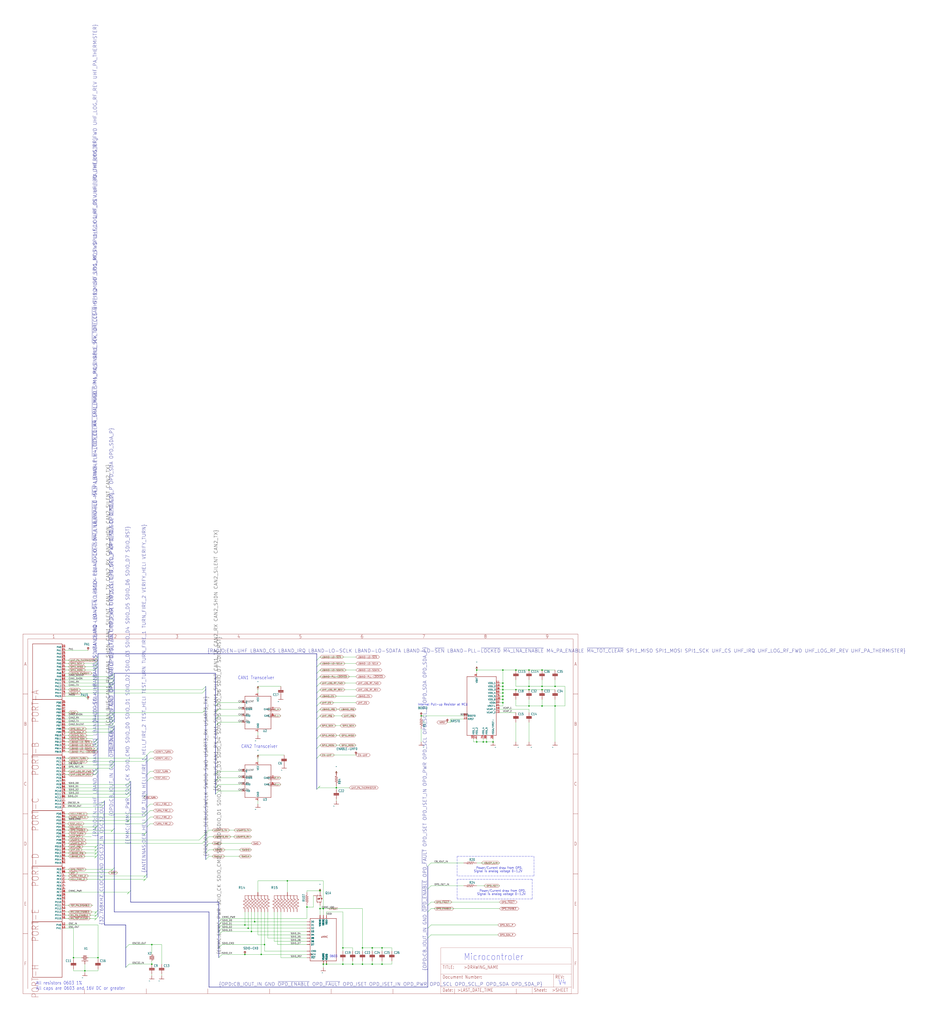
<source format=kicad_sch>
(kicad_sch (version 20211123) (generator eeschema)
  (paper "User" 724.992 795.68)
  (junction (at 198.12 716.28))
  (junction (at 391.16 535.94))
  (junction (at 383.54 576.58))
  (junction (at 421.64 548.64))
  (junction (at 261.62 612.14))
  (junction (at 254 749.3))
  (junction (at 378.46 576.58))
  (junction (at 391.16 530.86))
  (junction (at 248.92 692.15))
  (junction (at 190.5 718.82))
  (junction (at 118.11 734.06))
  (junction (at 57.15 744.22))
  (junction (at 391.16 546.1))
  (junction (at 431.8 548.64))
  (junction (at 391.16 541.02))
  (junction (at 391.16 543.56))
  (junction (at 401.32 520.7))
  (junction (at 289.56 749.3))
  (junction (at 421.64 520.7))
  (junction (at 238.76 704.85))
  (junction (at 375.92 576.58))
  (junction (at 223.52 684.53))
  (junction (at 193.04 721.36))
  (junction (at 370.84 520.7))
  (junction (at 391.16 520.7))
  (junction (at 289.56 736.6))
  (junction (at 370.84 576.58))
  (junction (at 205.74 734.06))
  (junction (at 431.8 533.4))
  (junction (at 248.92 706.12))
  (junction (at 266.7 736.6))
  (junction (at 195.58 723.9))
  (junction (at 118.11 749.3))
  (junction (at 391.16 533.4))
  (junction (at 411.48 520.7))
  (junction (at 281.94 736.6))
  (junction (at 297.18 736.6))
  (junction (at 297.18 749.3))
  (junction (at 251.46 706.12))
  (junction (at 411.48 533.4))
  (junction (at 66.04 754.38))
  (junction (at 190.5 741.68))
  (junction (at 401.32 535.94))
  (junction (at 251.46 749.3))
  (junction (at 391.16 538.48))
  (junction (at 281.94 749.3))
  (junction (at 411.48 535.94))
  (junction (at 203.2 741.68))
  (junction (at 266.7 749.3))
  (junction (at 327.66 556.26))
  (junction (at 411.48 548.64))
  (junction (at 421.64 535.94))
  (junction (at 76.2 744.22))
  (junction (at 274.32 749.3))
  (junction (at 421.64 533.4))
  (bus_entry (at 111.76 632.46) (size 2.54 -2.54))
  (bus_entry (at 99.06 619.76) (size 2.54 -2.54))
  (bus_entry (at 172.72 716.28) (size -2.54 2.54))
  (bus_entry (at 172.72 713.74) (size -2.54 2.54))
  (bus_entry (at 99.06 694.69) (size 2.54 -2.54))
  (bus_entry (at 86.36 525.78) (size 2.54 -2.54))
  (bus_entry (at 73.66 579.12) (size 2.54 -2.54))
  (bus_entry (at 335.28 706.12) (size -2.54 2.54))
  (bus_entry (at 111.76 589.28) (size 2.54 -2.54))
  (bus_entry (at 248.92 520.7) (size -2.54 2.54))
  (bus_entry (at 116.84 635) (size -2.54 2.54))
  (bus_entry (at 73.66 515.62) (size 2.54 -2.54))
  (bus_entry (at 86.36 566.42) (size 2.54 -2.54))
  (bus_entry (at 248.92 610.87) (size -2.54 2.54))
  (bus_entry (at 335.28 688.34) (size -2.54 2.54))
  (bus_entry (at 86.36 533.4) (size 2.54 -2.54))
  (bus_entry (at 335.28 718.82) (size -2.54 2.54))
  (bus_entry (at 86.36 561.34) (size 2.54 -2.54))
  (bus_entry (at 78.74 627.38) (size 2.54 -2.54))
  (bus_entry (at 248.92 530.86) (size -2.54 2.54))
  (bus_entry (at 248.92 510.54) (size -2.54 2.54))
  (bus_entry (at 248.92 535.94) (size -2.54 2.54))
  (bus_entry (at 99.06 609.6) (size 2.54 -2.54))
  (bus_entry (at 248.92 515.62) (size -2.54 2.54))
  (bus_entry (at 73.66 666.75) (size 2.54 -2.54))
  (bus_entry (at 157.48 650.24) (size 2.54 -2.54))
  (bus_entry (at 73.66 715.01) (size 2.54 -2.54))
  (bus_entry (at 116.84 629.92) (size -2.54 2.54))
  (bus_entry (at 73.66 581.66) (size 2.54 -2.54))
  (bus_entry (at 116.84 599.44) (size -2.54 2.54))
  (bus_entry (at 116.84 589.28) (size -2.54 2.54))
  (bus_entry (at 73.66 513.08) (size 2.54 -2.54))
  (bus_entry (at 86.36 528.32) (size 2.54 -2.54))
  (bus_entry (at 73.66 643.89) (size 2.54 -2.54))
  (bus_entry (at 73.66 601.98) (size 2.54 -2.54))
  (bus_entry (at 86.36 558.8) (size 2.54 -2.54))
  (bus_entry (at 157.48 535.94) (size 2.54 -2.54))
  (bus_entry (at 78.74 624.84) (size 2.54 -2.54))
  (bus_entry (at 73.66 659.13) (size 2.54 -2.54))
  (bus_entry (at 100.33 734.06) (size -2.54 2.54))
  (bus_entry (at 172.72 734.06) (size -2.54 2.54))
  (bus_entry (at 111.76 681.99) (size 2.54 -2.54))
  (bus_entry (at 116.84 640.08) (size -2.54 2.54))
  (bus_entry (at 170.18 546.1) (size -2.54 2.54))
  (bus_entry (at 73.66 712.47) (size 2.54 -2.54))
  (bus_entry (at 73.66 664.21) (size 2.54 -2.54))
  (bus_entry (at 248.92 586.74) (size -2.54 2.54))
  (bus_entry (at 162.56 665.48) (size -2.54 2.54))
  (bus_entry (at 111.76 648.97) (size 2.54 -2.54))
  (bus_entry (at 170.18 551.18) (size -2.54 2.54))
  (bus_entry (at 111.76 635) (size 2.54 -2.54))
  (bus_entry (at 157.48 553.72) (size 2.54 -2.54))
  (bus_entry (at 162.56 645.16) (size -2.54 2.54))
  (bus_entry (at 86.36 530.86) (size 2.54 -2.54))
  (bus_entry (at 162.56 650.24) (size -2.54 2.54))
  (bus_entry (at 170.18 614.68) (size -2.54 2.54))
  (bus_entry (at 86.36 556.26) (size 2.54 -2.54))
  (bus_entry (at 73.66 661.67) (size 2.54 -2.54))
  (bus_entry (at 116.84 624.84) (size -2.54 2.54))
  (bus_entry (at 73.66 584.2) (size 2.54 -2.54))
  (bus_entry (at 248.92 571.5) (size -2.54 2.54))
  (bus_entry (at 99.06 614.68) (size 2.54 -2.54))
  (bus_entry (at 116.84 604.52) (size -2.54 2.54))
  (bus_entry (at 86.36 568.96) (size 2.54 -2.54))
  (bus_entry (at 73.66 576.58) (size 2.54 -2.54))
  (bus_entry (at 111.76 684.53) (size 2.54 -2.54))
  (bus_entry (at 248.92 556.26) (size -2.54 2.54))
  (bus_entry (at 248.92 546.1) (size -2.54 2.54))
  (bus_entry (at 172.72 741.68) (size -2.54 2.54))
  (bus_entry (at 111.76 591.82) (size 2.54 -2.54))
  (bus_entry (at 73.66 520.7) (size 2.54 -2.54))
  (bus_entry (at 116.84 584.2) (size -2.54 2.54))
  (bus_entry (at 111.76 640.08) (size 2.54 -2.54))
  (bus_entry (at 99.06 638.81) (size 2.54 -2.54))
  (bus_entry (at 172.72 723.9) (size -2.54 2.54))
  (bus_entry (at 170.18 556.26) (size -2.54 2.54))
  (bus_entry (at 248.92 551.18) (size -2.54 2.54))
  (bus_entry (at 86.36 646.43) (size 2.54 -2.54))
  (bus_entry (at 86.36 596.9) (size 2.54 -2.54))
  (bus_entry (at 100.33 749.3) (size -2.54 2.54))
  (bus_entry (at 86.36 676.91) (size 2.54 -2.54))
  (bus_entry (at 170.18 609.6) (size -2.54 2.54))
  (bus_entry (at 86.36 594.36) (size 2.54 -2.54))
  (bus_entry (at 162.56 660.4) (size -2.54 2.54))
  (bus_entry (at 73.66 518.16) (size 2.54 -2.54))
  (bus_entry (at 157.48 655.32) (size 2.54 -2.54))
  (bus_entry (at 111.76 619.76) (size 2.54 -2.54))
  (bus_entry (at 170.18 561.34) (size -2.54 2.54))
  (bus_entry (at 335.28 701.04) (size -2.54 2.54))
  (bus_entry (at 99.06 617.22) (size 2.54 -2.54))
  (bus_entry (at 335.28 670.56) (size -2.54 2.54))
  (bus_entry (at 73.66 709.93) (size 2.54 -2.54))
  (bus_entry (at 86.36 563.88) (size 2.54 -2.54))
  (bus_entry (at 335.28 726.44) (size -2.54 2.54))
  (bus_entry (at 248.92 525.78) (size -2.54 2.54))
  (bus_entry (at 172.72 718.82) (size -2.54 2.54))
  (bus_entry (at 99.06 612.14) (size 2.54 -2.54))
  (bus_entry (at 248.92 563.88) (size -2.54 2.54))
  (bus_entry (at 248.92 541.02) (size -2.54 2.54))
  (bus_entry (at 248.92 579.12) (size -2.54 2.54))
  (bus_entry (at 157.48 538.48) (size 2.54 -2.54))
  (bus_entry (at 172.72 721.36) (size -2.54 2.54))
  (bus_entry (at 162.56 655.32) (size -2.54 2.54))
  (bus_entry (at 73.66 599.44) (size 2.54 -2.54))
  (bus_entry (at 170.18 604.52) (size -2.54 2.54))
  (bus_entry (at 170.18 599.44) (size -2.54 2.54))
  (bus (pts (xy 167.64 607.06) (xy 167.64 601.98)))
  (polyline (pts (xy 414.02 698.5) (xy 414.02 683.26)))
  (bus (pts (xy 76.2 596.9) (xy 76.2 599.44)))
  (wire (pts (xy 281.94 749.3) (xy 289.56 749.3)))
  (wire (pts (xy 170.18 599.44) (xy 187.96 599.44)))
  (wire (pts (xy 327.66 566.42) (xy 327.66 576.58)))
  (wire (pts (xy 190.5 708.66) (xy 190.5 718.82)))
  (bus (pts (xy 88.9 643.89) (xy 88.9 594.36)))
  (wire (pts (xy 170.18 551.18) (xy 187.96 551.18)))
  (wire (pts (xy 378.46 576.58) (xy 375.92 576.58)))
  (wire (pts (xy 370.84 670.56) (xy 388.62 670.56)))
  (wire (pts (xy 297.18 739.14) (xy 297.18 736.6)))
  (wire (pts (xy 157.48 538.48) (xy 50.8 538.48)))
  (wire (pts (xy 215.9 734.06) (xy 238.76 734.06)))
  (wire (pts (xy 154.94 652.78) (xy 50.8 652.78)))
  (wire (pts (xy 388.62 706.12) (xy 335.28 706.12)))
  (bus (pts (xy 246.38 548.64) (xy 246.38 543.56)))
  (bus (pts (xy 88.9 594.36) (xy 88.9 591.82)))
  (wire (pts (xy 401.32 548.64) (xy 401.32 543.56)))
  (bus (pts (xy 114.3 629.92) (xy 114.3 627.38)))
  (wire (pts (xy 248.92 563.88) (xy 276.86 563.88)))
  (wire (pts (xy 401.32 576.58) (xy 401.32 561.34)))
  (bus (pts (xy 114.3 681.99) (xy 114.3 679.45)))
  (bus (pts (xy 76.2 707.39) (xy 76.2 709.93)))
  (wire (pts (xy 391.16 535.94) (xy 388.62 535.94)))
  (wire (pts (xy 248.92 510.54) (xy 276.86 510.54)))
  (wire (pts (xy 74.93 708.66) (xy 73.66 709.93)))
  (wire (pts (xy 66.04 754.38) (xy 76.2 754.38)))
  (bus (pts (xy 76.2 576.58) (xy 76.2 579.12)))
  (wire (pts (xy 172.72 716.28) (xy 198.12 716.28)))
  (bus (pts (xy 114.3 627.38) (xy 114.3 617.22)))
  (wire (pts (xy 375.92 576.58) (xy 370.84 576.58)))
  (wire (pts (xy 157.48 655.32) (xy 50.8 655.32)))
  (wire (pts (xy 304.8 749.3) (xy 297.18 749.3)))
  (wire (pts (xy 266.7 708.66) (xy 266.7 736.6)))
  (wire (pts (xy 172.72 718.82) (xy 190.5 718.82)))
  (bus (pts (xy 246.38 553.72) (xy 246.38 548.64)))
  (wire (pts (xy 281.94 706.12) (xy 251.46 706.12)))
  (bus (pts (xy 101.6 612.14) (xy 101.6 614.68)))
  (wire (pts (xy 118.11 734.06) (xy 125.73 734.06)))
  (bus (pts (xy 246.38 513.08) (xy 246.38 508)))
  (wire (pts (xy 281.94 736.6) (xy 289.56 736.6)))
  (wire (pts (xy 411.48 520.7) (xy 421.64 520.7)))
  (bus (pts (xy 167.64 617.22) (xy 167.64 612.14)))
  (wire (pts (xy 187.96 604.52) (xy 170.18 604.52)))
  (wire (pts (xy 431.8 533.4) (xy 421.64 533.4)))
  (wire (pts (xy 100.33 693.42) (xy 50.8 693.42)))
  (wire (pts (xy 223.52 684.53) (xy 251.46 684.53)))
  (wire (pts (xy 88.9 591.82) (xy 111.76 591.82)))
  (wire (pts (xy 57.15 753.11) (xy 57.15 754.38)))
  (wire (pts (xy 248.92 515.62) (xy 276.86 515.62)))
  (bus (pts (xy 76.2 508) (xy 76.2 510.54)))
  (wire (pts (xy 391.16 541.02) (xy 391.16 543.56)))
  (bus (pts (xy 170.18 718.82) (xy 170.18 721.36)))
  (wire (pts (xy 248.92 711.2) (xy 248.92 706.12)))
  (bus (pts (xy 101.6 609.6) (xy 101.6 612.14)))
  (wire (pts (xy 57.15 744.22) (xy 63.5 744.22)))
  (wire (pts (xy 304.8 736.6) (xy 297.18 736.6)))
  (wire (pts (xy 172.72 713.74) (xy 238.76 713.74)))
  (wire (pts (xy 281.94 739.14) (xy 281.94 736.6)))
  (wire (pts (xy 172.72 734.06) (xy 205.74 734.06)))
  (wire (pts (xy 99.06 617.22) (xy 50.8 617.22)))
  (wire (pts (xy 50.8 627.38) (xy 78.74 627.38)))
  (wire (pts (xy 157.48 553.72) (xy 88.9 553.72)))
  (wire (pts (xy 370.84 688.34) (xy 388.62 688.34)))
  (wire (pts (xy 248.92 556.26) (xy 276.86 556.26)))
  (wire (pts (xy 213.36 731.52) (xy 238.76 731.52)))
  (bus (pts (xy 160.02 662.94) (xy 160.02 657.86)))
  (wire (pts (xy 401.32 533.4) (xy 401.32 528.32)))
  (wire (pts (xy 76.2 754.38) (xy 76.2 753.11)))
  (wire (pts (xy 391.16 538.48) (xy 388.62 538.48)))
  (wire (pts (xy 391.16 548.64) (xy 388.62 548.64)))
  (wire (pts (xy 251.46 684.53) (xy 251.46 706.12)))
  (wire (pts (xy 50.8 513.08) (xy 73.66 513.08)))
  (wire (pts (xy 248.92 692.15) (xy 238.76 692.15)))
  (wire (pts (xy 119.38 604.52) (xy 116.84 604.52)))
  (wire (pts (xy 391.16 543.56) (xy 391.16 546.1)))
  (bus (pts (xy 332.74 708.66) (xy 332.74 703.58)))
  (wire (pts (xy 383.54 574.04) (xy 383.54 576.58)))
  (wire (pts (xy 111.76 640.08) (xy 50.8 640.08)))
  (wire (pts (xy 118.11 758.19) (xy 118.11 756.92)))
  (wire (pts (xy 91.44 678.18) (xy 50.8 678.18)))
  (wire (pts (xy 86.36 566.42) (xy 50.8 566.42)))
  (wire (pts (xy 391.16 530.86) (xy 391.16 533.4)))
  (bus (pts (xy 170.18 721.36) (xy 170.18 723.9)))
  (bus (pts (xy 246.38 589.28) (xy 246.38 581.66)))
  (wire (pts (xy 421.64 520.7) (xy 431.8 520.7)))
  (wire (pts (xy 281.94 746.76) (xy 281.94 749.3)))
  (wire (pts (xy 73.66 576.58) (xy 50.8 576.58)))
  (wire (pts (xy 360.68 558.8) (xy 350.52 558.8)))
  (bus (pts (xy 246.38 523.24) (xy 246.38 518.16)))
  (wire (pts (xy 50.8 574.04) (xy 72.39 574.04)))
  (wire (pts (xy 248.92 520.7) (xy 276.86 520.7)))
  (wire (pts (xy 99.06 619.76) (xy 50.8 619.76)))
  (bus (pts (xy 246.38 581.66) (xy 246.38 574.04)))
  (bus (pts (xy 114.3 637.54) (xy 114.3 632.46)))
  (bus (pts (xy 332.74 767.08) (xy 332.74 728.98)))
  (wire (pts (xy 73.66 664.21) (xy 74.93 662.94)))
  (wire (pts (xy 187.96 614.68) (xy 170.18 614.68)))
  (bus (pts (xy 76.2 581.66) (xy 76.2 596.9)))
  (bus (pts (xy 76.2 508) (xy 246.38 508)))
  (wire (pts (xy 254 708.66) (xy 266.7 708.66)))
  (wire (pts (xy 370.84 576.58) (xy 370.84 574.04)))
  (bus (pts (xy 114.3 607.06) (xy 114.3 601.98)))
  (wire (pts (xy 411.48 533.4) (xy 401.32 533.4)))
  (bus (pts (xy 76.2 515.62) (xy 76.2 518.16)))
  (wire (pts (xy 74.93 642.62) (xy 50.8 642.62)))
  (bus (pts (xy 88.9 523.24) (xy 88.9 525.78)))
  (wire (pts (xy 378.46 576.58) (xy 378.46 574.04)))
  (wire (pts (xy 68.58 744.22) (xy 76.2 744.22)))
  (wire (pts (xy 411.48 533.4) (xy 411.48 528.32)))
  (wire (pts (xy 162.56 645.16) (xy 195.58 645.16)))
  (wire (pts (xy 297.18 749.3) (xy 289.56 749.3)))
  (wire (pts (xy 172.72 723.9) (xy 195.58 723.9)))
  (wire (pts (xy 218.44 556.26) (xy 213.36 556.26)))
  (wire (pts (xy 203.2 708.66) (xy 203.2 741.68)))
  (wire (pts (xy 431.8 548.64) (xy 439.42 548.64)))
  (bus (pts (xy 246.38 613.41) (xy 246.38 589.28)))
  (wire (pts (xy 401.32 535.94) (xy 411.48 535.94)))
  (wire (pts (xy 383.54 576.58) (xy 378.46 576.58)))
  (wire (pts (xy 223.52 684.53) (xy 223.52 693.42)))
  (wire (pts (xy 73.66 666.75) (xy 74.93 665.48)))
  (wire (pts (xy 200.66 708.66) (xy 200.66 726.44)))
  (wire (pts (xy 100.33 637.54) (xy 50.8 637.54)))
  (wire (pts (xy 360.68 556.26) (xy 327.66 556.26)))
  (wire (pts (xy 261.62 622.3) (xy 261.62 621.03)))
  (wire (pts (xy 99.06 609.6) (xy 50.8 609.6)))
  (wire (pts (xy 162.56 655.32) (xy 195.58 655.32)))
  (bus (pts (xy 97.79 736.6) (xy 97.79 718.82)))
  (wire (pts (xy 198.12 708.66) (xy 198.12 716.28)))
  (wire (pts (xy 50.8 589.28) (xy 111.76 589.28)))
  (bus (pts (xy 88.9 530.86) (xy 88.9 553.72)))
  (wire (pts (xy 274.32 746.76) (xy 274.32 749.3)))
  (bus (pts (xy 76.2 599.44) (xy 76.2 641.35)))
  (bus (pts (xy 88.9 708.66) (xy 88.9 674.37)))
  (wire (pts (xy 73.66 599.44) (xy 50.8 599.44)))
  (wire (pts (xy 200.66 571.5) (xy 200.66 568.96)))
  (wire (pts (xy 193.04 708.66) (xy 193.04 721.36)))
  (bus (pts (xy 170.18 716.28) (xy 170.18 718.82)))
  (wire (pts (xy 218.44 744.22) (xy 238.76 744.22)))
  (wire (pts (xy 50.8 571.5) (xy 72.39 571.5)))
  (wire (pts (xy 113.03 680.72) (xy 50.8 680.72)))
  (wire (pts (xy 172.72 741.68) (xy 190.5 741.68)))
  (wire (pts (xy 86.36 528.32) (xy 50.8 528.32)))
  (bus (pts (xy 114.3 617.22) (xy 114.3 607.06)))
  (wire (pts (xy 200.66 533.4) (xy 218.44 533.4)))
  (bus (pts (xy 114.3 591.82) (xy 114.3 589.28)))
  (bus (pts (xy 246.38 533.4) (xy 246.38 528.32)))
  (wire (pts (xy 66.04 754.38) (xy 57.15 754.38)))
  (bus (pts (xy 88.9 558.8) (xy 88.9 561.34)))
  (wire (pts (xy 73.66 581.66) (xy 50.8 581.66)))
  (wire (pts (xy 370.84 518.16) (xy 370.84 520.7)))
  (wire (pts (xy 421.64 548.64) (xy 431.8 548.64)))
  (wire (pts (xy 50.8 711.2) (xy 74.93 711.2)))
  (wire (pts (xy 119.38 599.44) (xy 116.84 599.44)))
  (bus (pts (xy 160.02 668.02) (xy 160.02 662.94)))
  (wire (pts (xy 391.16 530.86) (xy 388.62 530.86)))
  (wire (pts (xy 50.8 660.4) (xy 74.93 660.4)))
  (wire (pts (xy 111.76 681.99) (xy 113.03 680.72)))
  (wire (pts (xy 208.28 728.98) (xy 238.76 728.98)))
  (wire (pts (xy 50.8 650.24) (xy 71.12 650.24)))
  (wire (pts (xy 50.8 624.84) (xy 78.74 624.84)))
  (bus (pts (xy 88.9 566.42) (xy 88.9 563.88)))
  (wire (pts (xy 119.38 624.84) (xy 116.84 624.84)))
  (wire (pts (xy 439.42 533.4) (xy 431.8 533.4)))
  (bus (pts (xy 170.18 701.04) (xy 170.18 716.28)))
  (bus (pts (xy 76.2 579.12) (xy 76.2 581.66)))
  (wire (pts (xy 251.46 711.2) (xy 251.46 706.12)))
  (wire (pts (xy 360.68 688.34) (xy 335.28 688.34)))
  (wire (pts (xy 50.8 662.94) (xy 74.93 662.94)))
  (bus (pts (xy 81.28 718.82) (xy 81.28 624.84)))
  (wire (pts (xy 205.74 739.14) (xy 205.74 734.06)))
  (wire (pts (xy 261.62 610.87) (xy 261.62 612.14)))
  (wire (pts (xy 50.8 647.7) (xy 113.03 647.7)))
  (wire (pts (xy 248.92 579.12) (xy 276.86 579.12)))
  (polyline (pts (xy 355.6 680.72) (xy 355.6 665.48)))
  (wire (pts (xy 99.06 694.69) (xy 100.33 693.42)))
  (polyline (pts (xy 415.29 665.48) (xy 415.29 680.72)))
  (bus (pts (xy 76.2 656.59) (xy 76.2 659.13)))
  (wire (pts (xy 74.93 711.2) (xy 73.66 712.47)))
  (wire (pts (xy 118.11 749.3) (xy 118.11 746.76)))
  (wire (pts (xy 213.36 708.66) (xy 213.36 731.52)))
  (bus (pts (xy 97.79 718.82) (xy 81.28 718.82)))
  (wire (pts (xy 200.66 591.82) (xy 200.66 586.74)))
  (wire (pts (xy 76.2 596.9) (xy 50.8 596.9)))
  (wire (pts (xy 421.64 535.94) (xy 431.8 535.94)))
  (bus (pts (xy 332.74 721.36) (xy 332.74 708.66)))
  (wire (pts (xy 431.8 548.64) (xy 431.8 543.56)))
  (wire (pts (xy 261.62 600.71) (xy 261.62 599.44)))
  (wire (pts (xy 200.66 586.74) (xy 220.98 586.74)))
  (bus (pts (xy 101.6 614.68) (xy 101.6 617.22)))
  (wire (pts (xy 243.84 695.96) (xy 243.84 704.85)))
  (bus (pts (xy 160.02 657.86) (xy 160.02 652.78)))
  (wire (pts (xy 170.18 556.26) (xy 187.96 556.26)))
  (wire (pts (xy 73.66 661.67) (xy 74.93 660.4)))
  (wire (pts (xy 248.92 535.94) (xy 276.86 535.94)))
  (polyline (pts (xy 355.6 665.48) (xy 415.29 665.48)))
  (polyline (pts (xy 415.29 680.72) (xy 355.6 680.72)))
  (wire (pts (xy 391.16 546.1) (xy 388.62 546.1)))
  (wire (pts (xy 411.48 551.18) (xy 388.62 551.18)))
  (wire (pts (xy 421.64 533.4) (xy 411.48 533.4)))
  (wire (pts (xy 411.48 553.72) (xy 411.48 551.18)))
  (bus (pts (xy 332.74 703.58) (xy 332.74 690.88)))
  (bus (pts (xy 88.9 523.24) (xy 167.64 523.24)))
  (wire (pts (xy 195.58 665.48) (xy 162.56 665.48)))
  (wire (pts (xy 215.9 708.66) (xy 215.9 734.06)))
  (wire (pts (xy 50.8 675.64) (xy 87.63 675.64)))
  (wire (pts (xy 76.2 745.49) (xy 76.2 744.22)))
  (wire (pts (xy 86.36 525.78) (xy 50.8 525.78)))
  (bus (pts (xy 101.6 692.15) (xy 101.6 701.04)))
  (bus (pts (xy 332.74 767.08) (xy 162.56 767.08)))
  (wire (pts (xy 190.5 718.82) (xy 238.76 718.82)))
  (polyline (pts (xy 355.6 698.5) (xy 355.6 683.26)))
  (bus (pts (xy 101.6 607.06) (xy 101.6 609.6)))
  (wire (pts (xy 125.73 758.19) (xy 125.73 756.92)))
  (wire (pts (xy 391.16 543.56) (xy 388.62 543.56)))
  (wire (pts (xy 297.18 736.6) (xy 289.56 736.6)))
  (wire (pts (xy 421.64 543.56) (xy 421.64 548.64)))
  (wire (pts (xy 116.84 635) (xy 119.38 635)))
  (wire (pts (xy 304.8 746.76) (xy 304.8 749.3)))
  (wire (pts (xy 213.36 551.18) (xy 218.44 551.18)))
  (wire (pts (xy 190.5 741.68) (xy 203.2 741.68)))
  (wire (pts (xy 261.62 612.14) (xy 271.78 612.14)))
  (wire (pts (xy 251.46 749.3) (xy 251.46 751.84)))
  (wire (pts (xy 281.94 749.3) (xy 274.32 749.3)))
  (wire (pts (xy 274.32 739.14) (xy 274.32 736.6)))
  (wire (pts (xy 66.04 755.65) (xy 66.04 754.38)))
  (wire (pts (xy 100.33 637.54) (xy 99.06 638.81)))
  (wire (pts (xy 238.76 739.14) (xy 205.74 739.14)))
  (bus (pts (xy 88.9 674.37) (xy 88.9 643.89)))
  (wire (pts (xy 205.74 708.66) (xy 205.74 734.06)))
  (bus (pts (xy 76.2 641.35) (xy 76.2 656.59)))
  (wire (pts (xy 391.16 538.48) (xy 391.16 541.02)))
  (bus (pts (xy 101.6 701.04) (xy 170.18 701.04)))
  (bus (pts (xy 88.9 553.72) (xy 88.9 556.26)))
  (bus (pts (xy 160.02 652.78) (xy 160.02 647.7)))
  (bus (pts (xy 332.74 690.88) (xy 332.74 673.1)))
  (wire (pts (xy 125.73 734.06) (xy 125.73 749.3)))
  (wire (pts (xy 289.56 746.76) (xy 289.56 749.3)))
  (wire (pts (xy 391.16 533.4) (xy 391.16 535.94)))
  (bus (pts (xy 76.2 664.21) (xy 76.2 707.39)))
  (wire (pts (xy 297.18 746.76) (xy 297.18 749.3)))
  (wire (pts (xy 335.28 718.82) (xy 387.35 718.82)))
  (wire (pts (xy 218.44 708.66) (xy 218.44 744.22)))
  (wire (pts (xy 401.32 520.7) (xy 411.48 520.7)))
  (bus (pts (xy 246.38 518.16) (xy 246.38 513.08)))
  (wire (pts (xy 388.62 701.04) (xy 335.28 701.04)))
  (wire (pts (xy 370.84 576.58) (xy 368.3 576.58)))
  (wire (pts (xy 238.76 704.85) (xy 243.84 704.85)))
  (wire (pts (xy 50.8 713.74) (xy 74.93 713.74)))
  (wire (pts (xy 274.32 736.6) (xy 266.7 736.6)))
  (wire (pts (xy 100.33 734.06) (xy 118.11 734.06)))
  (wire (pts (xy 157.48 535.94) (xy 50.8 535.94)))
  (bus (pts (xy 167.64 558.8) (xy 167.64 553.72)))
  (wire (pts (xy 375.92 576.58) (xy 375.92 574.04)))
  (wire (pts (xy 86.36 533.4) (xy 50.8 533.4)))
  (wire (pts (xy 203.2 741.68) (xy 238.76 741.68)))
  (wire (pts (xy 247.65 612.14) (xy 261.62 612.14)))
  (wire (pts (xy 88.9 553.72) (xy 50.8 553.72)))
  (bus (pts (xy 76.2 518.16) (xy 76.2 574.04)))
  (wire (pts (xy 74.93 713.74) (xy 73.66 715.01)))
  (bus (pts (xy 167.64 601.98) (xy 167.64 563.88)))
  (bus (pts (xy 167.64 612.14) (xy 167.64 607.06)))
  (wire (pts (xy 73.66 601.98) (xy 50.8 601.98)))
  (bus (pts (xy 246.38 538.48) (xy 246.38 533.4)))
  (wire (pts (xy 439.42 548.64) (xy 439.42 533.4)))
  (wire (pts (xy 388.62 553.72) (xy 401.32 553.72)))
  (wire (pts (xy 421.64 548.64) (xy 411.48 548.64)))
  (bus (pts (xy 97.79 751.84) (xy 97.79 736.6)))
  (wire (pts (xy 111.76 635) (xy 50.8 635)))
  (wire (pts (xy 266.7 736.6) (xy 266.7 739.14)))
  (wire (pts (xy 431.8 533.4) (xy 431.8 528.32)))
  (wire (pts (xy 213.36 609.6) (xy 218.44 609.6)))
  (wire (pts (xy 170.18 546.1) (xy 187.96 546.1)))
  (wire (pts (xy 73.66 518.16) (xy 50.8 518.16)))
  (wire (pts (xy 86.36 646.43) (xy 87.63 645.16)))
  (bus (pts (xy 76.2 510.54) (xy 76.2 513.08)))
  (bus (pts (xy 88.9 708.66) (xy 162.56 708.66)))
  (wire (pts (xy 368.3 576.58) (xy 368.3 574.04)))
  (bus (pts (xy 76.2 659.13) (xy 76.2 661.67)))
  (wire (pts (xy 86.36 563.88) (xy 50.8 563.88)))
  (wire (pts (xy 289.56 739.14) (xy 289.56 736.6)))
  (wire (pts (xy 350.52 558.8) (xy 350.52 561.34)))
  (wire (pts (xy 391.16 520.7) (xy 391.16 530.86)))
  (wire (pts (xy 50.8 505.46) (xy 68.58 505.46)))
  (wire (pts (xy 281.94 706.12) (xy 281.94 736.6)))
  (wire (pts (xy 119.38 584.2) (xy 116.84 584.2)))
  (wire (pts (xy 87.63 645.16) (xy 50.8 645.16)))
  (wire (pts (xy 76.2 718.82) (xy 50.8 718.82)))
  (wire (pts (xy 421.64 533.4) (xy 421.64 528.32)))
  (wire (pts (xy 248.92 693.42) (xy 248.92 692.15)))
  (wire (pts (xy 116.84 640.08) (xy 119.38 640.08)))
  (wire (pts (xy 157.48 650.24) (xy 154.94 652.78)))
  (wire (pts (xy 335.28 670.56) (xy 360.68 670.56)))
  (wire (pts (xy 162.56 650.24) (xy 195.58 650.24)))
  (wire (pts (xy 238.76 703.58) (xy 238.76 704.85)))
  (wire (pts (xy 200.66 726.44) (xy 238.76 726.44)))
  (wire (pts (xy 276.86 586.74) (xy 248.92 586.74)))
  (wire (pts (xy 73.66 643.89) (xy 74.93 642.62)))
  (wire (pts (xy 200.66 684.53) (xy 223.52 684.53)))
  (wire (pts (xy 254 711.2) (xy 254 708.66)))
  (bus (pts (xy 170.18 723.9) (xy 170.18 726.44)))
  (bus (pts (xy 246.38 574.04) (xy 246.38 566.42)))
  (bus (pts (xy 76.2 709.93) (xy 76.2 712.47)))
  (wire (pts (xy 172.72 721.36) (xy 193.04 721.36)))
  (wire (pts (xy 66.04 541.02) (xy 68.58 543.56)))
  (bus (pts (xy 167.64 548.64) (xy 167.64 523.24)))
  (wire (pts (xy 86.36 561.34) (xy 50.8 561.34)))
  (bus (pts (xy 167.64 553.72) (xy 167.64 548.64)))
  (bus (pts (xy 160.02 535.94) (xy 160.02 533.4)))
  (wire (pts (xy 73.66 659.13) (xy 74.93 657.86)))
  (wire (pts (xy 187.96 609.6) (xy 170.18 609.6)))
  (wire (pts (xy 86.36 676.91) (xy 87.63 675.64)))
  (bus (pts (xy 114.3 632.46) (xy 114.3 629.92)))
  (wire (pts (xy 193.04 721.36) (xy 238.76 721.36)))
  (wire (pts (xy 50.8 612.14) (xy 99.06 612.14)))
  (wire (pts (xy 118.11 734.06) (xy 118.11 741.68)))
  (wire (pts (xy 261.62 613.41) (xy 261.62 612.14)))
  (wire (pts (xy 248.92 546.1) (xy 276.86 546.1)))
  (wire (pts (xy 86.36 568.96) (xy 50.8 568.96)))
  (bus (pts (xy 170.18 726.44) (xy 170.18 736.6)))
  (bus (pts (xy 76.2 661.67) (xy 76.2 664.21)))
  (wire (pts (xy 73.66 579.12) (xy 50.8 579.12)))
  (wire (pts (xy 86.36 556.26) (xy 50.8 556.26)))
  (wire (pts (xy 391.16 533.4) (xy 388.62 533.4)))
  (bus (pts (xy 88.9 556.26) (xy 88.9 558.8)))
  (bus (pts (xy 114.3 646.43) (xy 114.3 642.62)))
  (wire (pts (xy 274.32 749.3) (xy 266.7 749.3)))
  (wire (pts (xy 411.48 576.58) (xy 411.48 561.34)))
  (wire (pts (xy 73.66 515.62) (xy 50.8 515.62)))
  (bus (pts (xy 76.2 513.08) (xy 76.2 515.62)))
  (wire (pts (xy 111.76 632.46) (xy 50.8 632.46)))
  (wire (pts (xy 304.8 739.14) (xy 304.8 736.6)))
  (bus (pts (xy 114.3 679.45) (xy 114.3 646.43)))
  (wire (pts (xy 208.28 708.66) (xy 208.28 728.98)))
  (bus (pts (xy 246.38 528.32) (xy 246.38 523.24)))
  (wire (pts (xy 86.36 558.8) (xy 50.8 558.8)))
  (wire (pts (xy 113.03 683.26) (xy 50.8 683.26)))
  (wire (pts (xy 200.66 624.84) (xy 200.66 622.3)))
  (wire (pts (xy 50.8 665.48) (xy 74.93 665.48)))
  (wire (pts (xy 213.36 604.52) (xy 218.44 604.52)))
  (wire (pts (xy 73.66 520.7) (xy 50.8 520.7)))
  (wire (pts (xy 248.92 706.12) (xy 251.46 706.12)))
  (bus (pts (xy 167.64 563.88) (xy 167.64 558.8)))
  (wire (pts (xy 57.15 721.36) (xy 57.15 744.22)))
  (bus (pts (xy 246.38 566.42) (xy 246.38 558.8)))
  (wire (pts (xy 195.58 723.9) (xy 238.76 723.9)))
  (wire (pts (xy 86.36 530.86) (xy 50.8 530.86)))
  (wire (pts (xy 248.92 525.78) (xy 276.86 525.78)))
  (wire (pts (xy 254 749.3) (xy 266.7 749.3)))
  (wire (pts (xy 50.8 541.02) (xy 66.04 541.02)))
  (wire (pts (xy 391.16 541.02) (xy 388.62 541.02)))
  (wire (pts (xy 370.84 523.24) (xy 370.84 520.7)))
  (wire (pts (xy 111.76 684.53) (xy 113.03 683.26)))
  (wire (pts (xy 200.66 693.42) (xy 200.66 684.53)))
  (wire (pts (xy 391.16 546.1) (xy 391.16 548.64)))
  (bus (pts (xy 76.2 574.04) (xy 76.2 576.58)))
  (wire (pts (xy 195.58 708.66) (xy 195.58 723.9)))
  (wire (pts (xy 57.15 721.36) (xy 50.8 721.36)))
  (wire (pts (xy 335.28 726.44) (xy 387.35 726.44)))
  (bus (pts (xy 162.56 767.08) (xy 162.56 708.66)))
  (wire (pts (xy 238.76 692.15) (xy 238.76 693.42)))
  (wire (pts (xy 66.04 749.3) (xy 66.04 754.38)))
  (wire (pts (xy 248.92 530.86) (xy 276.86 530.86)))
  (wire (pts (xy 119.38 629.92) (xy 116.84 629.92)))
  (polyline (pts (xy 414.02 683.26) (xy 355.6 683.26)))
  (bus (pts (xy 160.02 647.7) (xy 160.02 551.18)))
  (bus (pts (xy 101.6 617.22) (xy 101.6 636.27)))
  (wire (pts (xy 200.66 538.48) (xy 200.66 533.4)))
  (wire (pts (xy 113.03 647.7) (xy 111.76 648.97)))
  (wire (pts (xy 99.06 614.68) (xy 50.8 614.68)))
  (wire (pts (xy 76.2 744.22) (xy 76.2 718.82)))
  (bus (pts (xy 88.9 591.82) (xy 88.9 566.42)))
  (bus (pts (xy 246.38 558.8) (xy 246.38 553.72)))
  (wire (pts (xy 50.8 703.58) (xy 72.39 703.58)))
  (wire (pts (xy 254 749.3) (xy 251.46 749.3)))
  (wire (pts (xy 248.92 571.5) (xy 276.86 571.5)))
  (wire (pts (xy 411.48 548.64) (xy 401.32 548.64)))
  (wire (pts (xy 391.16 535.94) (xy 391.16 538.48)))
  (wire (pts (xy 50.8 708.66) (xy 74.93 708.66)))
  (wire (pts (xy 50.8 591.82) (xy 88.9 591.82)))
  (wire (pts (xy 370.84 520.7) (xy 391.16 520.7)))
  (wire (pts (xy 248.92 692.15) (xy 248.92 690.88)))
  (wire (pts (xy 86.36 596.9) (xy 76.2 596.9)))
  (polyline (pts (xy 414.02 698.5) (xy 355.6 698.5)))
  (wire (pts (xy 266.7 749.3) (xy 266.7 746.76)))
  (bus (pts (xy 81.28 624.84) (xy 81.28 622.3)))
  (wire (pts (xy 350.52 561.34) (xy 347.98 561.34)))
  (wire (pts (xy 248.92 610.87) (xy 247.65 612.14)))
  (wire (pts (xy 248.92 541.02) (xy 276.86 541.02)))
  (bus (pts (xy 160.02 551.18) (xy 160.02 535.94)))
  (wire (pts (xy 119.38 589.28) (xy 116.84 589.28)))
  (wire (pts (xy 411.48 535.94) (xy 421.64 535.94)))
  (wire (pts (xy 170.18 561.34) (xy 187.96 561.34)))
  (bus (pts (xy 114.3 642.62) (xy 114.3 637.54)))
  (wire (pts (xy 431.8 576.58) (xy 431.8 548.64)))
  (bus (pts (xy 88.9 528.32) (xy 88.9 530.86)))
  (wire (pts (xy 100.33 749.3) (xy 118.11 749.3)))
  (wire (pts (xy 248.92 551.18) (xy 276.86 551.18)))
  (wire (pts (xy 50.8 523.24) (xy 72.39 523.24)))
  (wire (pts (xy 391.16 535.94) (xy 401.32 535.94)))
  (wire (pts (xy 238.76 704.85) (xy 238.76 713.74)))
  (wire (pts (xy 198.12 716.28) (xy 238.76 716.28)))
  (bus (pts (xy 114.3 601.98) (xy 114.3 591.82)))
  (wire (pts (xy 248.92 703.58) (xy 248.92 706.12)))
  (bus (pts (xy 101.6 636.27) (xy 101.6 692.15)))
  (bus (pts (xy 114.3 589.28) (xy 114.3 586.74)))
  (wire (pts (xy 391.16 520.7) (xy 401.32 520.7)))
  (wire (pts (xy 411.48 548.64) (xy 411.48 543.56)))
  (wire (pts (xy 86.36 594.36) (xy 50.8 594.36)))
  (bus (pts (xy 170.18 736.6) (xy 170.18 744.22)))
  (bus (pts (xy 332.74 728.98) (xy 332.74 721.36)))
  (wire (pts (xy 57.15 745.49) (xy 57.15 744.22)))
  (bus (pts (xy 88.9 525.78) (xy 88.9 528.32)))
  (bus (pts (xy 246.38 543.56) (xy 246.38 538.48)))
  (wire (pts (xy 73.66 584.2) (xy 50.8 584.2)))
  (wire (pts (xy 162.56 660.4) (xy 195.58 660.4)))
  (wire (pts (xy 50.8 657.86) (xy 74.93 657.86)))
  (text "Signal is analog voltage 0-1.2V" (at 408.94 695.96 180) (effects (font (size 1.778 1.5113)) (justify right bottom)))
  (text "V4" (at 434.34 765.81 180) (effects (font (size 3.81 3.2385)) (justify left bottom)))
  (text "Power/Current draw from OPD." (at 406.4 675.64 180) (effects (font (size 1.778 1.5113)) (justify right bottom)))
  (text "Internal Pull-up Resistor at MCU" (at 325.12 548.64 180) (effects (font (size 1.778 1.5113)) (justify left bottom)))
  (text "Microcontroler" (at 360.68 746.76 180) (effects (font (size 5.08 4.318)) (justify left bottom)))
  (text "CAN1 Transceiver" (at 213.36 528.32 180) (effects (font (size 2.54 2.159)) (justify right bottom)))
  (text "CAN2 Transceiver" (at 215.9 581.66 180) (effects (font (size 2.54 2.159)) (justify right bottom)))
  (text "Signal is analog voltage 0-1.2V" (at 406.4 678.18 180) (effects (font (size 1.778 1.5113)) (justify right bottom)))
  (text "Power/Current draw from OPD." (at 408.94 693.42 180) (effects (font (size 1.778 1.5113)) (justify right bottom)))
  (text "All resistors 0603 1%\nAll caps are 0603 and 16V DC or greater" (at 27.94 769.62 180) (effects (font (size 2.54 2.159)) (justify left bottom)))
  (text "0603" (at 256.54 744.22 180) (effects (font (size 1.778 1.5113)) (justify left bottom)))
  (label "SDIO_D1" (at 53.34 612.14 0) (effects (font (size 1.2446 1.2446))))
  (label "{RADIO:EN-UHF LBAND_CS LBAND_IRQ LBAND-LO-SCLK LBAND-LO-SDATA LBAND-LO-~{SEN} LBAND-PLL-~{LOCKED} ~{M4_LNA_ENABLE} M4_PA_ENABLE ~{M4_TOT_CLEAR} SPI1_MISO SPI1_MOSI SPI1_SCK UHF_CS UHF_IRQ UHF_LOG_RF_FWD UHF_LOG_RF_REV UHF_PA_THERMISTER}" (at 76.2 561.975 90) (effects (font (size 2.667 2.667))))
  (label "{OPD:CB_IOUT_IN GND ~{OPD_ENABLE} OPD_~{FAULT} OPD_ISET OPD_ISET_IN OPD_PWR OPD_SCL OPD_SCL_P OPD_SDA OPD_SDA_P}" (at 332.74 754.38 90) (effects (font (size 2.667 2.667))))
  (label "{OPD:CB_IOUT_IN GND ~{OPD_ENABLE} OPD_~{FAULT} OPD_ISET OPD_ISET_IN OPD_PWR OPD_SCL OPD_SCL_P OPD_SDA OPD_SDA_P}" (at 88.9 634.365 90) (effects (font (size 2.667 2.667))))
  (label "SDIO_D0" (at 53.34 609.6 0) (effects (font (size 1.2446 1.2446))))
  (label "OSC32_IN" (at 52.705 624.84 0) (effects (font (size 1.2446 1.2446))))
  (label "SDIO_CK" (at 172.72 741.68 0) (effects (font (size 1.2446 1.2446))))
  (label "{CAN_BUS:CAN1_RX CAN1_SHDN CAN1_SILENT CAN1_TX CAN2_RX CAN2_SHDN CAN2_SILENT CAN2_TX}" (at 86.36 563.88 90) (effects (font (size 2.667 2.667))))
  (label "CAN2_SHDN" (at 185.42 604.52 0) (effects (font (size 1.2446 1.2446))))
  (label "SDIO_D2" (at 172.72 721.36 0) (effects (font (size 1.2446 1.2446))))
  (label "{RADIO:EN-UHF LBAND_CS LBAND_IRQ LBAND-LO-SCLK LBAND-LO-SDATA LBAND-LO-~{SEN} LBAND-PLL-~{LOCKED} ~{M4_LNA_ENABLE} M4_PA_ENABLE ~{M4_TOT_CLEAR} SPI1_MISO SPI1_MOSI SPI1_SCK UHF_CS UHF_IRQ UHF_LOG_RF_FWD UHF_LOG_RF_REV UHF_PA_THERMISTER}" (at 76.2 650.24 90) (effects (font (size 2.667 2.667))))
  (label "CB_IOUT_IN" (at 337.82 670.56 0) (effects (font (size 1.2446 1.2446))))
  (label "PA1" (at 53.34 505.46 0) (effects (font (size 1.2446 1.2446))))
  (label "CAN1_SILENT" (at 53.34 525.78 0) (effects (font (size 1.2446 1.2446))))
  (label "CAN2_TX" (at 53.34 561.34 0) (effects (font (size 1.2446 1.2446))))
  (label "SDIO_D5" (at 226.06 728.98 0) (effects (font (size 1.2446 1.2446))))
  (label "CAN2_SILENT" (at 185.42 599.44 0) (effects (font (size 1.2446 1.2446))))
  (label "{OPD:CB_IOUT_IN GND ~{OPD_ENABLE} OPD_~{FAULT} OPD_ISET OPD_ISET_IN OPD_PWR OPD_SCL OPD_SCL_P OPD_SDA OPD_SDA_P}" (at 170.18 767.08 0) (effects (font (size 2.667 2.667))))
  (label "SDIO_CMD" (at 172.72 734.06 0) (effects (font (size 1.2446 1.2446))))
  (label "OSC32_OUT" (at 52.705 627.38 0) (effects (font (size 1.2446 1.2446))))
  (label "CAN2_RX" (at 185.42 609.6 0) (effects (font (size 1.2446 1.2446))))
  (label "OPD_ISET_IN" (at 337.82 688.34 0) (effects (font (size 1.2446 1.2446))))
  (label "OSC_OUT" (at 53.34 721.36 0) (effects (font (size 1.2446 1.2446))))
  (label "OSC_IN" (at 53.34 718.82 0) (effects (font (size 1.2446 1.2446))))
  (label "{ANTENNAS:DEP_HELI DEP_TURN HELI_FIRE_1 HELI_FIRE_2 TEST_HELI TEST_TURN TURN_FIRE_1 TURN_FIRE_2 VERIFY_HELI VERIFY_TURN}" (at 114.3 678.18 90) (effects (font (size 2.667 2.667))))
  (label "OSC32_OUT" (at 102.87 734.06 0) (effects (font (size 1.2446 1.2446))))
  (label "SDIO_D2" (at 53.34 614.68 0) (effects (font (size 1.2446 1.2446))))
  (label "CAN1_TX" (at 53.34 533.4 0) (effects (font (size 1.2446 1.2446))))
  (label "{PROGRAM_DEBUG:SWCLK SWDIO SWO USART3_RX USART3_TX}" (at 162.56 665.48 90) (effects (font (size 2.667 2.667))))
  (label "EMMC_VDD" (at 250.19 706.12 0) (effects (font (size 1.2446 1.2446))))
  (label "VCAP_1" (at 391.16 551.18 0) (effects (font (size 1.2446 1.2446))))
  (label "EMMC_PWR" (at 172.72 713.74 0) (effects (font (size 1.2446 1.2446))))
  (label "CAN2_SILENT" (at 53.34 563.88 0) (effects (font (size 1.2446 1.2446))))
  (label "CAN1_SHDN" (at 185.42 551.18 0) (effects (font (size 1.2446 1.2446))))
  (label "SDIO_RST" (at 226.06 744.22 0) (effects (font (size 1.2446 1.2446))))
  (label "SDIO_D4" (at 226.06 726.44 0) (effects (font (size 1.2446 1.2446))))
  (label "CAN1_SILENT" (at 185.42 546.1 0) (effects (font (size 1.2446 1.2446))))
  (label "OPD_ISET_IN" (at 53.34 596.9 0) (effects (font (size 1.2446 1.2446))))
  (label "CB_IOUT_IN" (at 53.34 594.36 0) (effects (font (size 1.2446 1.2446))))
  (label "CAN1_RX" (at 185.42 556.26 0) (effects (font (size 1.2446 1.2446))))
  (label "CAN1_SHDN" (at 53.34 528.32 0) (effects (font (size 1.2446 1.2446))))
  (label "SDIO_D1" (at 172.72 718.82 0) (effects (font (size 1.2446 1.2446))))
  (label "CAN2_SHDN" (at 53.34 556.26 0) (effects (font (size 1.2446 1.2446))))
  (label "PA15" (at 53.34 541.02 0) (effects (font (size 1.2446 1.2446))))
  (label "CAN1_TX" (at 185.42 561.34 0) (effects (font (size 1.2446 1.2446))))
  (label "OSC32_IN" (at 102.87 749.3 0) (effects (font (size 1.2446 1.2446))))
  (label "SDIO_D3" (at 172.72 723.9 0) (effects (font (size 1.2446 1.2446))))
  (label "EMMC_PWR" (at 53.34 693.42 0) (effects (font (size 1.2446 1.2446))))
  (label "{EMMC:EMMC_PWR SDIO_CK SDIO_CMD SDIO_D0 SDIO_D1 SDIO_D2 SDIO_D3 SDIO_D4 SDIO_D5 SDIO_D6 SDIO_D7 SDIO_RST}" (at 172.72 741.68 90) (effects (font (size 2.667 2.667))))
  (label "SDIO_D7" (at 226.06 734.06 0) (effects (font (size 1.2446 1.2446))))
  (label "SDIO_CMD" (at 53.34 637.54 0) (effects (font (size 1.2446 1.2446))))
  (label "CAN1_RX" (at 53.34 530.86 0) (effects (font (size 1.2446 1.2446))))
  (label "CAN2_TX" (at 185.42 614.68 0) (effects (font (size 1.2446 1.2446))))
  (label "CAN2_RX" (at 53.34 558.8 0) (effects (font (size 1.2446 1.2446))))
  (label "BOOT0" (at 358.14 556.26 0) (effects (font (size 1.2446 1.2446))))
  (label "VCAP_2" (at 391.16 553.72 0) (effects (font (size 1.2446 1.2446))))
  (label "{32.768KHZ_CLOCK:GND OSC32_IN OSC32_OUT}" (at 81.28 718.82 90) (effects (font (size 2.667 2.667))))
  (label "{OPD:CB_IOUT_IN GND ~{OPD_ENABLE} OPD_~{FAULT} OPD_ISET OPD_ISET_IN OPD_PWR OPD_SCL OPD_SCL_P OPD_SDA OPD_SDA_P}" (at 88.9 584.2 90) (effects (font (size 2.667 2.667))))
  (label "SDIO_CK" (at 52.705 619.76 0) (effects (font (size 1.2446 1.2446))))
  (label "{EMMC:EMMC_PWR SDIO_CK SDIO_CMD SDIO_D0 SDIO_D1 SDIO_D2 SDIO_D3 SDIO_D4 SDIO_D5 SDIO_D6 SDIO_D7 SDIO_RST}" (at 101.6 655.955 90) (effects (font (size 2.667 2.667))))
  (label "SDIO_D3" (at 53.34 617.22 0) (effects (font (size 1.2446 1.2446))))
  (label "VDDI" (at 254 711.2 0) (effects (font (size 1.2446 1.2446))))
  (label "{RADIO:EN-UHF LBAND_CS LBAND_IRQ LBAND-LO-SCLK LBAND-LO-SDATA LBAND-LO-~{SEN} LBAND-PLL-~{LOCKED} ~{M4_LNA_ENABLE} M4_PA_ENABLE ~{M4_TOT_CLEAR} SPI1_MISO SPI1_MOSI SPI1_SCK UHF_CS UHF_IRQ UHF_LOG_RF_FWD UHF_LOG_RF_REV UHF_PA_THERMISTER}" (at 161.29 508 0) (effects (font (size 2.667 2.667))))
  (label "SDIO_D6" (at 226.06 731.52 0) (effects (font (size 1.2446 1.2446))))
  (label "{CAN_BUS:CAN1_RX CAN1_SHDN CAN1_SILENT CAN1_TX CAN2_RX CAN2_SHDN CAN2_SILENT CAN2_TX}" (at 170.18 614.68 90) (effects (font (size 2.667 2.667))))
  (label "SDIO_D0" (at 172.72 716.28 0) (effects (font (size 1.2446 1.2446))))
  (global_label "UHF_LOG_RF_REV" (shape bidirectional) (at 276.86 535.94 0) (effects (font (size 1.2446 1.2446))) (property "Intersheet References" "${INTERSHEET_REFS}" (effects hide)))
  (global_label "CAN2_L" (shape bidirectional) (at 218.44 609.6 180) (effects (font (size 1.2446 1.2446))) (property "Intersheet References" "${INTERSHEET_REFS}" (effects hide)))
  (global_label "I2CSYS_PWROFF" (shape bidirectional) (at 53.34 523.24 0) (effects (font (size 1.2446 1.2446))) (property "Intersheet References" "${INTERSHEET_REFS}" (effects hide)))
  (global_label "CAN2_H" (shape bidirectional) (at 218.44 604.52 180) (effects (font (size 1.2446 1.2446))) (property "Intersheet References" "${INTERSHEET_REFS}" (effects hide)))
  (global_label "OPD_~{FAULT}" (shape bidirectional) (at 388.62 701.04 0) (effects (font (size 1.2446 1.2446))) (property "Intersheet References" "${INTERSHEET_REFS}" (effects hide)))
  (global_label "LBAND-LO-SDATA" (shape bidirectional) (at 276.86 520.7 0) (effects (font (size 1.2446 1.2446))) (property "Intersheet References" "${INTERSHEET_REFS}" (effects hide)))
  (global_label "SWCLK" (shape bidirectional) (at 165.1 665.48 0) (effects (font (size 1.2446 1.2446))) (property "Intersheet References" "${INTERSHEET_REFS}" (effects hide)))
  (global_label "VERIFY_TURN" (shape bidirectional) (at 53.34 589.28 0) (effects (font (size 1.2446 1.2446))) (property "Intersheet References" "${INTERSHEET_REFS}" (effects hide)))
  (global_label "SWO" (shape bidirectional) (at 165.1 655.32 0) (effects (font (size 1.2446 1.2446))) (property "Intersheet References" "${INTERSHEET_REFS}" (effects hide)))
  (global_label "USART3_RX" (shape bidirectional) (at 165.735 650.24 0) (effects (font (size 1.2446 1.2446))) (property "Intersheet References" "${INTERSHEET_REFS}" (effects hide)))
  (global_label "SWDIO" (shape bidirectional) (at 165.735 660.4 0) (effects (font (size 1.2446 1.2446))) (property "Intersheet References" "${INTERSHEET_REFS}" (effects hide)))
  (global_label "VBUSP_ILIM" (shape bidirectional) (at 388.62 670.56 180) (effects (font (size 1.2446 1.2446))) (property "Intersheet References" "${INTERSHEET_REFS}" (effects hide)))
  (global_label "EN-UHF" (shape bidirectional) (at 53.34 642.62 0) (effects (font (size 1.2446 1.2446))) (property "Intersheet References" "${INTERSHEET_REFS}" (effects hide)))
  (global_label "LBAND-LO-SCLK" (shape bidirectional) (at 248.92 515.62 0) (effects (font (size 1.2446 1.2446))) (property "Intersheet References" "${INTERSHEET_REFS}" (effects hide)))
  (global_label "USART3_RX" (shape bidirectional) (at 53.34 655.32 0) (effects (font (size 1.2446 1.2446))) (property "Intersheet References" "${INTERSHEET_REFS}" (effects hide)))
  (global_label "SPI1_MISO" (shape bidirectional) (at 276.86 571.5 180) (effects (font (size 1.2446 1.2446))) (property "Intersheet References" "${INTERSHEET_REFS}" (effects hide)))
  (global_label "LBAND-PLL-~{LOCKED}" (shape bidirectional) (at 276.86 525.78 0) (effects (font (size 1.2446 1.2446))) (property "Intersheet References" "${INTERSHEET_REFS}" (effects hide)))
  (global_label "UHF_IRQ" (shape bidirectional) (at 248.92 556.26 0) (effects (font (size 1.2446 1.2446))) (property "Intersheet References" "${INTERSHEET_REFS}" (effects hide)))
  (global_label "~{OPD_ENABLE}" (shape bidirectional) (at 337.82 706.12 0) (effects (font (size 1.2446 1.2446))) (property "Intersheet References" "${INTERSHEET_REFS}" (effects hide)))
  (global_label "~{OPD_ENABLE}" (shape bidirectional) (at 388.62 706.12 0) (effects (font (size 1.2446 1.2446))) (property "Intersheet References" "${INTERSHEET_REFS}" (effects hide)))
  (global_label "LBAND-PLL-~{LOCKED}" (shape bidirectional) (at 53.34 584.2 0) (effects (font (size 1.2446 1.2446))) (property "Intersheet References" "${INTERSHEET_REFS}" (effects hide)))
  (global_label "I2CSYS_SCL" (shape bidirectional) (at 53.34 571.5 0) (effects (font (size 1.2446 1.2446))) (property "Intersheet References" "${INTERSHEET_REFS}" (effects hide)))
  (global_label "LBAND_IRQ" (shape bidirectional) (at 53.34 662.94 0) (effects (font (size 1.2446 1.2446))) (property "Intersheet References" "${INTERSHEET_REFS}" (effects hide)))
  (global_label "TURN_FIRE_1" (shape bidirectional) (at 119.38 629.92 0) (effects (font (size 1.2446 1.2446))) (property "Intersheet References" "${INTERSHEET_REFS}" (effects hide)))
  (global_label "UHF_LOG_RF_FWD" (shape bidirectional) (at 53.34 599.44 0) (effects (font (size 1.2446 1.2446))) (property "Intersheet References" "${INTERSHEET_REFS}" (effects hide)))
  (global_label "SWDIO" (shape bidirectional) (at 53.34 535.94 0) (effects (font (size 1.2446 1.2446))) (property "Intersheet References" "${INTERSHEET_REFS}" (effects hide)))
  (global_label "I2CSYS_SDA" (shape bidirectional) (at 53.34 574.04 0) (effects (font (size 1.2446 1.2446))) (property "Intersheet References" "${INTERSHEET_REFS}" (effects hide)))
  (global_label "EN-UHF" (shape bidirectional) (at 276.86 586.74 0) (effects (font (size 1.2446 1.2446))) (property "Intersheet References" "${INTERSHEET_REFS}" (effects hide)))
  (global_label "~{M4_LNA_ENABLE}" (shape bidirectional) (at 53.34 708.66 0) (effects (font (size 1.2446 1.2446))) (property "Intersheet References" "${INTERSHEET_REFS}" (effects hide)))
  (global_label "SPI1_MISO" (shape bidirectional) (at 248.92 571.5 0) (effects (font (size 1.2446 1.2446))) (property "Intersheet References" "${INTERSHEET_REFS}" (effects hide)))
  (global_label "LBAND-LO-~{SEN}" (shape bidirectional) (at 276.86 510.54 0) (effects (font (size 1.2446 1.2446))) (property "Intersheet References" "${INTERSHEET_REFS}" (effects hide)))
  (global_label "VERIFY_TURN" (shape bidirectional) (at 119.38 584.2 0) (effects (font (size 1.2446 1.2446))) (property "Intersheet References" "${INTERSHEET_REFS}" (effects hide)))
  (global_label "WDT" (shape bidirectional) (at 91.44 678.18 180) (effects (font (size 1.2446 1.2446))) (property "Intersheet References" "${INTERSHEET_REFS}" (effects hide)))
  (global_label "NRST" (shape bidirectional) (at 347.98 561.34 180) (effects (font (size 1.2446 1.2446))) (property "Intersheet References" "${INTERSHEET_REFS}" (effects hide)))
  (global_label "LBAND-LO-~{SEN}" (shape bidirectional) (at 248.92 510.54 0) (effects (font (size 1.2446 1.2446))) (property "Intersheet References" "${INTERSHEET_REFS}" (effects hide)))
  (global_label "OPD_SDA_P" (shape bidirectional) (at 53.34 568.96 0) (effects (font (size 1.2446 1.2446))) (property "Intersheet References" "${INTERSHEET_REFS}" (effects hide)))
  (global_label "VERIFY_HELI" (shape bidirectional) (at 53.34 591.82 0) (effects (font (size 1.2446 1.2446))) (property "Intersheet References" "${INTERSHEET_REFS}" (effects hide)))
  (global_label "USART3_TX" (shape bidirectional) (at 165.1 645.16 0) (effects (font (size 1.2446 1.2446))) (property "Intersheet References" "${INTERSHEET_REFS}" (effects hide)))
  (global_label "HELI_FIRE_2" (shape bidirectional) (at 119.38 635 0) (effects (font (size 1.2446 1.2446))) (property "Intersheet References" "${INTERSHEET_REFS}" (effects hide)))
  (global_label "TEST_HELI" (shape bidirectional) (at 52.705 640.08 0) (effects (font (size 1.2446 1.2446))) (property "Intersheet References" "${INTERSHEET_REFS}" (effects hide)))
  (global_label "~{OPD_ENABLE}" (shape bidirectional) (at 53.34 645.16 0) (effects (font (size 1.2446 1.2446))) (property "Intersheet References" "${INTERSHEET_REFS}" (effects hide)))
  (global_label "LBAND_IRQ" (shape bidirectional) (at 276.86 551.18 180) (effects (font (size 1.2446 1.2446))) (property "Intersheet References" "${INTERSHEET_REFS}" (effects hide)))
  (global_label "~{TOT_PA_DISABLE}" (shape bidirectional) (at 53.34 703.58 0) (effects (font (size 1.2446 1.2446))) (property "Intersheet References" "${INTERSHEET_REFS}" (effects hide)))
  (global_label "UHF_CS" (shape bidirectional) (at 248.92 546.1 0) (effects (font (size 1.2446 1.2446))) (property "Intersheet References" "${INTERSHEET_REFS}" (effects hide)))
  (global_label "SWCLK" (shape bidirectional) (at 53.34 538.48 0) (effects (font (size 1.2446 1.2446))) (property "Intersheet References" "${INTERSHEET_REFS}" (effects hide)))
  (global_label "SWO" (shape bidirectional) (at 195.58 655.32 0) (effects (font (size 1.2446 1.2446))) (property "Intersheet References" "${INTERSHEET_REFS}" (effects hide)))
  (global_label "OPD_SDA_P" (shape bidirectional) (at 387.35 726.44 0) (effects (font (size 1.2446 1.2446))) (property "Intersheet References" "${INTERSHEET_REFS}" (effects hide)))
  (global_label "UHF_LOG_RF_FWD" (shape bidirectional) (at 248.92 530.86 0) (effects (font (size 1.2446 1.2446))) (property "Intersheet References" "${INTERSHEET_REFS}" (effects hide)))
  (global_label "LBAND-LO-~{SEN}" (shape bidirectional) (at 53.34 576.58 0) (effects (font (size 1.2446 1.2446))) (property "Intersheet References" "${INTERSHEET_REFS}" (effects hide)))
  (global_label "LBAND_CS" (shape bidirectional) (at 53.34 665.48 0) (effects (font (size 1.2446 1.2446))) (property "Intersheet References" "${INTERSHEET_REFS}" (effects hide)))
  (global_label "UHF_CS" (shape bidirectional) (at 53.34 660.4 0) (effects (font (size 1.2446 1.2446))) (property "Intersheet References" "${INTERSHEET_REFS}" (effects hide)))
  (global_label "SWCLK" (shape bidirectional) (at 195.58 665.48 180) (effects (font (size 1.2446 1.2446))) (property "Intersheet References" "${INTERSHEET_REFS}" (effects hide)))
  (global_label "LBAND_IRQ" (shape bidirectional) (at 248.92 551.18 0) (effects (font (size 1.2446 1.2446))) (property "Intersheet References" "${INTERSHEET_REFS}" (effects hide)))
  (global_label "LBAND-LO-SDATA" (shape bidirectional) (at 248.92 520.7 0) (effects (font (size 1.2446 1.2446))) (property "Intersheet References" "${INTERSHEET_REFS}" (effects hide)))
  (global_label "OPD_SCL_P" (shape bidirectional) (at 387.35 718.82 0) (effects (font (size 1.2446 1.2446))) (property "Intersheet References" "${INTERSHEET_REFS}" (effects hide)))
  (global_label "UHF_LOG_RF_FWD" (shape bidirectional) (at 276.86 530.86 0) (effects (font (size 1.2446 1.2446))) (property "Intersheet References" "${INTERSHEET_REFS}" (effects hide)))
  (global_label "USART3_TX" (shape bidirectional) (at 53.34 652.78 0) (effects (font (size 1.2446 1.2446))) (property "Intersheet References" "${INTERSHEET_REFS}" (effects hide)))
  (global_label "SPI1_MOSI" (shape bidirectional) (at 248.92 579.12 0) (effects (font (size 1.2446 1.2446))) (property "Intersheet References" "${INTERSHEET_REFS}" (effects hide)))
  (global_label "~{M4_TOT_CLEAR}" (shape bidirectional) (at 53.34 713.74 0) (effects (font (size 1.2446 1.2446))) (property "Intersheet References" "${INTERSHEET_REFS}" (effects hide)))
  (global_label "UHF_~{FLT}" (shape bidirectional) (at 53.34 650.24 0) (effects (font (size 1.2446 1.2446))) (property "Intersheet References" "${INTERSHEET_REFS}" (effects hide)))
  (global_label "UHF_LOG_RF_REV" (shape bidirectional) (at 53.34 601.98 0) (effects (font (size 1.2446 1.2446))) (property "Intersheet References" "${INTERSHEET_REFS}" (effects hide)))
  (global_label "LBAND-LO-SDATA" (shape bidirectional) (at 53.34 581.66 0) (effects (font (size 1.2446 1.2446))) (property "Intersheet References" "${INTERSHEET_REFS}" (effects hide)))
  (global_label "USART3_RX" (shape bidirectional) (at 195.58 650.24 180) (effects (font (size 1.2446 1.2446))) (property "Intersheet References" "${INTERSHEET_REFS}" (effects hide)))
  (global_label "OPD_SCL_P" (shape bidirectional) (at 53.34 566.42 0) (effects (font (size 1.2446 1.2446))) (property "Intersheet References" "${INTERSHEET_REFS}" (effects hide)))
  (global_label "HELI_FIRE_2" (shape bidirectional) (at 53.34 683.26 0) (effects (font (size 1.2446 1.2446))) (property "Intersheet References" "${INTERSHEET_REFS}" (effects hide)))
  (global_label "SPI1_MOSI" (shape bidirectional) (at 53.34 520.7 0) (effects (font (size 1.2446 1.2446))) (property "Intersheet References" "${INTERSHEET_REFS}" (effects hide)))
  (global_label "TURN_FIRE_2" (shape bidirectional) (at 119.38 640.08 0) (effects (font (size 1.2446 1.2446))) (property "Intersheet References" "${INTERSHEET_REFS}" (effects hide)))
  (global_label "HELI_FIRE_1" (shape bidirectional) (at 53.34 632.46 0) (effects (font (size 1.2446 1.2446))) (property "Intersheet References" "${INTERSHEET_REFS}" (effects hide)))
  (global_label "UHF_LOG_RF_REV" (shape bidirectional) (at 248.92 535.94 0) (effects (font (size 1.2446 1.2446))) (property "Intersheet References" "${INTERSHEET_REFS}" (effects hide)))
  (global_label "USART3_TX" (shape bidirectional) (at 195.58 645.16 180) (effects (font (size 1.2446 1.2446))) (property "Intersheet References" "${INTERSHEET_REFS}" (effects hide)))
  (global_label "SPI1_MISO" (shape bidirectional) (at 53.34 518.16 0) (effects (font (size 1.2446 1.2446))) (property "Intersheet References" "${INTERSHEET_REFS}" (effects hide)))
  (global_label "TEST_TURN" (shape bidirectional) (at 111.76 619.76 0) (effects (font (size 1.016 1.016))) (property "Intersheet References" "${INTERSHEET_REFS}" (effects hide)))
  (global_label "OPD_ISET" (shape bidirectional) (at 388.62 688.34 180) (effects (font (size 1.2446 1.2446))) (property "Intersheet References" "${INTERSHEET_REFS}" (effects hide)))
  (global_label "SWDIO" (shape bidirectional) (at 195.58 660.4 180) (effects (font (size 1.2446 1.2446))) (property "Intersheet References" "${INTERSHEET_REFS}" (effects hide)))
  (global_label "UHF_IRQ" (shape bidirectional) (at 276.86 556.26 180) (effects (font (size 1.2446 1.2446))) (property "Intersheet References" "${INTERSHEET_REFS}" (effects hide)))
  (global_label "CAN1_H" (shape bidirectional) (at 218.44 551.18 180) (effects (font (size 1.2446 1.2446))) (property "Intersheet References" "${INTERSHEET_REFS}" (effects hide)))
  (global_label "UHF_CS" (shape bidirectional) (at 276.86 546.1 0) (effects (font (size 1.2446 1.2446))) (property "Intersheet References" "${INTERSHEET_REFS}" (effects hide)))
  (global_label "UHF_IRQ" (shape bidirectional) (at 53.34 657.86 0) (effects (font (size 1.2446 1.2446))) (property "Intersheet References" "${INTERSHEET_REFS}" (effects hide)))
  (global_label "OPD_~{FAULT}" (shape bidirectional) (at 337.82 701.04 0) (effects (font (size 1.2446 1.2446))) (property "Intersheet References" "${INTERSHEET_REFS}" (effects hide)))
  (global_label "TURN_FIRE_1" (shape bidirectional) (at 53.34 635 0) (effects (font (size 1.2446 1.2446))) (property "Intersheet References" "${INTERSHEET_REFS}" (effects hide)))
  (global_label "M4_PA_ENABLE" (shape bidirectional) (at 53.34 711.2 0) (effects (font (size 1.2446 1.2446))) (property "Intersheet References" "${INTERSHEET_REFS}" (effects hide)))
  (global_label "VERIFY_HELI" (shape bidirectional) (at 119.38 589.28 0) (effects (font (size 1.2446 1.2446))) (property "Intersheet References" "${INTERSHEET_REFS}" (effects hide)))
  (global_label "WDT" (shape bidirectional) (at 53.34 678.18 0) (effects (font (size 1.2446 1.2446))) (property "Intersheet References" "${INTERSHEET_REFS}" (effects hide)))
  (global_label "TURN_FIRE_2" (shape bidirectional) (at 53.34 680.72 0) (effects (font (size 1.2446 1.2446))) (property "Intersheet References" "${INTERSHEET_REFS}" (effects hide)))
  (global_label "TEST_HELI" (shape bidirectional) (at 119.38 604.52 0) (effects (font (size 1.2446 1.2446))) (property "Intersheet References" "${INTERSHEET_REFS}" (effects hide)))
  (global_label "SPI1_SCK" (shape bidirectional) (at 276.86 563.88 180) (effects (font (size 1.2446 1.2446))) (property "Intersheet References" "${INTERSHEET_REFS}" (effects hide)))
  (global_label "CAN1_L" (shape bidirectional) (at 218.44 556.26 180) (effects (font (size 1.2446 1.2446))) (property "Intersheet References" "${INTERSHEET_REFS}" (effects hide)))
  (global_label "OPD_~{FAULT}" (shape bidirectional) (at 53.34 675.64 0) (effects (font (size 1.2446 1.2446))) (property "Intersheet References" "${INTERSHEET_REFS}" (effects hide)))
  (global_label "HELI_FIRE_1" (shape bidirectional) (at 119.38 624.84 0) (effects (font (size 1.2446 1.2446))) (property "Intersheet References" "${INTERSHEET_REFS}" (effects hide)))
  (global_label "UHF_PA_THERMISTER" (shape bidirectional) (at 53.34 513.08 0) (effects (font (size 1.2446 1.2446))) (property "Intersheet References" "${INTERSHEET_REFS}" (effects hide)))
  (global_label "EN-UHF" (shape bidirectional) (at 248.92 586.74 0) (effects (font (size 1.2446 1.2446))) (property "Intersheet References" "${INTERSHEET_REFS}" (effects hide)))
  (global_label "UHF_PA_THERMISTER" (shape bidirectional) (at 271.78 612.14 0) (effects (font (size 1.2446 1.2446))) (property "Intersheet References" "${INTERSHEET_REFS}" (effects hide)))
  (global_label "SPI1_MOSI" (shape bidirectional) (at 276.86 579.12 180) (effects (font (size 1.2446 1.2446))) (property "Intersheet References" "${INTERSHEET_REFS}" (effects hide)))
  (global_label "SPI1_SCK" (shape bidirectional) (at 53.34 515.62 0) (effects (font (size 1.2446 1.2446))) (property "Intersheet References" "${INTERSHEET_REFS}" (effects hide)))
  (global_label "SWO" (shape bidirectional) (at 53.34 553.72 0) (effects (font (size 1.2446 1.2446))) (property "Intersheet References" "${INTERSHEET_REFS}" (effects hide)))
  (global_label "LBAND_CS" (shape bidirectional) (at 276.86 541.02 0) (effects (font (size 1.2446 1.2446))) (property "Intersheet References" "${INTERSHEET_REFS}" (effects hide)))
  (global_label "LBAND-LO-SCLK" (shape bidirectional) (at 53.34 579.12 0) (effects (font (size 1.2446 1.2446))) (property "Intersheet References" "${INTERSHEET_REFS}" (effects hide)))
  (global_label "LBAND-PLL-~{LOCKED}" (shape bidirectional) (at 248.92 525.78 0) (effects (font (size 1.2446 1.2446))) (property "Intersheet References" "${INTERSHEET_REFS}" (effects hide)))
  (global_label "TEST_TURN" (shape bidirectional) (at 53.34 647.7 0) (effects (font (size 1.2446 1.2446))) (property "Intersheet References" "${INTERSHEET_REFS}" (effects hide)))
  (global_label "SPI1_SCK" (shape bidirectional) (at 248.92 563.88 0) (effects (font (size 1.2446 1.2446))) (property "Intersheet References" "${INTERSHEET_REFS}" (effects hide)))
  (global_label "TEST_TURN" (shape bidirectional) (at 119.38 599.44 0) (effects (font (size 1.2446 1.2446))) (property "Intersheet References" "${INTERSHEET_REFS}" (effects hide)))
  (global_label "LBAND-LO-SCLK" (shape bidirectional) (at 276.86 515.62 0) (effects (font (size 1.2446 1.2446))) (property "Intersheet References" "${INTERSHEET_REFS}" (effects hide)))
  (global_label "LBAND_CS" (shape bidirectional) (at 248.92 541.02 0) (effects (font (size 1.2446 1.2446))) (property "Intersheet References" "${INTERSHEET_REFS}" (effects hide)))
  (symbol (lib_id "oresat-c3-eagle-import:ECS-160-10-36Q-ES-TR_16MHZ") (at 66.04 744.22 0) (mirror y) (unit 1)
    (property "Reference" "X1" (at 65.278 738.124 0) (effects (font (size 1.778 1.5113)) (justify right bottom)))
  )
  (symbol (lib_id "oresat-c3-eagle-import:FRAME_B_L") (at 17.78 772.16 0) (unit 1)
    (property "Reference" "#FRAME2" (effects hide))
  )
  (symbol (lib_id "oresat-c3-eagle-import:C-EU0603-C-NOSILK") (at 297.18 741.68 0) (unit 1)
    (property "Reference" "C25" (at 298.704 741.299 0) (effects (font (size 1.778 1.5113)) (justify left bottom)))
  )
  (symbol (lib_id "oresat-c3-eagle-import:STM32F439VIT6_PORT_BREAKOUT") (at 38.1 650.24 0) (unit 4)
    (property "Reference" "U36" (effects hide))
  )
  (symbol (lib_id "oresat-c3-eagle-import:GND") (at 411.48 579.12 0) (mirror y) (unit 1)
    (property "Reference" "#GND28" (effects hide))
  )
  (symbol (lib_id "oresat-c3-eagle-import:C-EU0603-C-NOSILK") (at 401.32 556.26 0) (unit 1)
    (property "Reference" "C15" (at 402.844 555.879 0) (effects (font (size 1.778 1.5113)) (justify left bottom)))
  )
  (symbol (lib_id "oresat-c3-eagle-import:C-EU0603-C-NOSILK") (at 421.64 523.24 0) (unit 1)
    (property "Reference" "C36" (at 423.164 522.859 0) (effects (font (size 1.778 1.5113)) (justify left bottom)))
  )
  (symbol (lib_id "oresat-c3-eagle-import:ABS07-32.768KHZ-T-SMD-2") (at 118.11 744.22 90) (unit 1)
    (property "Reference" "X2" (at 114.808 741.934 90) (effects (font (size 1.778 1.5113)) (justify right top)))
  )
  (symbol (lib_id "oresat-c3-eagle-import:STM32F439VIT6_PORT_BREAKOUT") (at 38.1 693.42 0) (unit 5)
    (property "Reference" "U36" (effects hide))
  )
  (symbol (lib_id "oresat-c3-eagle-import:GND") (at 383.54 579.12 0) (mirror y) (unit 1)
    (property "Reference" "#GND4" (effects hide))
  )
  (symbol (lib_id "oresat-c3-eagle-import:GND") (at 118.11 760.73 0) (unit 1)
    (property "Reference" "#GND101" (effects hide))
  )
  (symbol (lib_id "oresat-c3-eagle-import:STM32F439VIT6_PORT_BREAKOUT") (at 38.1 607.06 0) (unit 3)
    (property "Reference" "U36" (effects hide))
  )
  (symbol (lib_id "oresat-c3-eagle-import:R-US_0603-C-NOSILK") (at 238.76 698.5 90) (mirror x) (unit 1)
    (property "Reference" "R107" (at 237.2614 694.69 0) (effects (font (size 1.778 1.5113)) (justify left bottom)))
  )
  (symbol (lib_id "oresat-c3-eagle-import:GND") (at 66.04 758.19 0) (unit 1)
    (property "Reference" "#GND18" (effects hide))
  )
  (symbol (lib_id "oresat-c3-eagle-import:TEST-POINT-LARGE") (at 68.58 502.92 0) (mirror y) (unit 1)
    (property "Reference" "PA1" (at 69.85 501.65 0) (effects (font (size 1.778 1.5113)) (justify left bottom)))
  )
  (symbol (lib_id "oresat-c3-eagle-import:TEST-POINT-LARGE") (at 68.58 541.02 0) (mirror y) (unit 1)
    (property "Reference" "PA15" (at 68.58 541.02 0) (effects (font (size 1.778 1.5113)) (justify left bottom)))
  )
  (symbol (lib_id "oresat-c3-eagle-import:GND") (at 125.73 760.73 0) (unit 1)
    (property "Reference" "#GND106" (effects hide))
  )
  (symbol (lib_id "oresat-c3-eagle-import:R-US_0603-C-NOSILK") (at 365.76 670.56 0) (mirror y) (unit 1)
    (property "Reference" "R20" (at 369.57 669.0614 0) (effects (font (size 1.778 1.5113)) (justify left bottom)))
  )
  (symbol (lib_id "oresat-c3-eagle-import:C-EU0603-C-NOSILK") (at 431.8 538.48 0) (unit 1)
    (property "Reference" "C34" (at 433.324 538.099 0) (effects (font (size 1.778 1.5113)) (justify left bottom)))
  )
  (symbol (lib_id "oresat-c3-eagle-import:EMMC+RESET-BA") (at 251.46 728.98 0) (mirror y) (unit 1)
    (property "Reference" "U9" (effects hide))
  )
  (symbol (lib_id "oresat-c3-eagle-import:3.3V") (at 200.66 586.74 0) (unit 1)
    (property "Reference" "#SUPPLY12" (effects hide))
  )
  (symbol (lib_id "oresat-c3-eagle-import:TEST-POINT-LARGE") (at 276.86 584.2 0) (unit 1)
    (property "Reference" "ENABLE-UHF0" (at 278.13 582.93 0) (effects (font (size 1.778 1.5113)) (justify right bottom)))
  )
  (symbol (lib_id "oresat-c3-eagle-import:GND") (at 200.66 574.04 0) (unit 1)
    (property "Reference" "#GND21" (effects hide))
  )
  (symbol (lib_id "oresat-c3-eagle-import:C-EU0603-C-NOSILK") (at 401.32 538.48 0) (unit 1)
    (property "Reference" "C18" (at 402.844 538.099 0) (effects (font (size 1.778 1.5113)) (justify left bottom)))
  )
  (symbol (lib_id "oresat-c3-eagle-import:GND") (at 261.62 624.84 0) (unit 1)
    (property "Reference" "#GND90" (effects hide))
  )
  (symbol (lib_id "oresat-c3-eagle-import:C-EU0603-C-NOSILK") (at 411.48 556.26 0) (unit 1)
    (property "Reference" "C14" (at 413.004 555.879 0) (effects (font (size 1.778 1.5113)) (justify left bottom)))
  )
  (symbol (lib_id "oresat-c3-eagle-import:GND") (at 220.98 596.9 0) (unit 1)
    (property "Reference" "#GND24" (effects hide))
  )
  (symbol (lib_id "oresat-c3-eagle-import:C-EU0603-C-NOSILK") (at 411.48 538.48 0) (unit 1)
    (property "Reference" "C32" (at 413.004 538.099 0) (effects (font (size 1.778 1.5113)) (justify left bottom)))
  )
  (symbol (lib_id "oresat-c3-eagle-import:GND") (at 327.66 579.12 0) (mirror y) (unit 1)
    (property "Reference" "#GND31" (effects hide))
  )
  (symbol (lib_id "oresat-c3-eagle-import:TEST-POINT-LARGE") (at 327.66 553.72 0) (unit 1)
    (property "Reference" "BOOT0" (at 325.12 551.18 0) (effects (font (size 1.778 1.5113)) (justify left bottom)))
  )
  (symbol (lib_id "oresat-c3-eagle-import:GND") (at 218.44 543.56 0) (unit 1)
    (property "Reference" "#GND19" (effects hide))
  )
  (symbol (lib_id "oresat-c3-eagle-import:C-EU0603-C-NOSILK") (at 57.15 748.03 0) (mirror y) (unit 1)
    (property "Reference" "C11" (at 55.626 747.649 0) (effects (font (size 1.778 1.5113)) (justify left bottom)))
  )
  (symbol (lib_id "oresat-c3-eagle-import:3.3V") (at 248.92 690.88 0) (mirror y) (unit 1)
    (property "Reference" "#SUPPLY18" (effects hide))
  )
  (symbol (lib_id "oresat-c3-eagle-import:C-EU0603-C-NOSILK") (at 220.98 591.82 180) (unit 1)
    (property "Reference" "C6" (at 219.456 592.201 0) (effects (font (size 1.778 1.5113)) (justify left bottom)))
  )
  (symbol (lib_id "oresat-c3-eagle-import:C-EU0603-C-NOSILK") (at 218.44 538.48 180) (unit 1)
    (property "Reference" "C17" (at 216.916 538.861 0) (effects (font (size 1.778 1.5113)) (justify left bottom)))
  )
  (symbol (lib_id "oresat-c3-eagle-import:C-EU0603-C-NOSILK") (at 304.8 741.68 0) (unit 1)
    (property "Reference" "C26" (at 306.324 741.299 0) (effects (font (size 1.778 1.5113)) (justify left bottom)))
  )
  (symbol (lib_id "oresat-c3-eagle-import:3.3V") (at 370.84 518.16 0) (mirror y) (unit 1)
    (property "Reference" "#SUPPLY6" (effects hide))
  )
  (symbol (lib_id "oresat-c3-eagle-import:C-EU0603-C-NOSILK") (at 421.64 538.48 0) (unit 1)
    (property "Reference" "C33" (at 423.164 538.099 0) (effects (font (size 1.778 1.5113)) (justify left bottom)))
  )
  (symbol (lib_id "oresat-c3-eagle-import:C-EU0603-C-NOSILK") (at 411.48 523.24 0) (unit 1)
    (property "Reference" "C114" (at 413.004 522.859 0) (effects (font (size 1.778 1.5113)) (justify left bottom)))
  )
  (symbol (lib_id "oresat-c3-eagle-import:EXB-A10P391JC_ARRAY_EXBA-M") (at 190.5 695.96 90) (unit 1)
    (property "Reference" "R14" (at 185.3692 690.8292 90) (effects (font (size 1.778 1.778)) (justify right top)))
  )
  (symbol (lib_id "oresat-c3-eagle-import:TCAN330") (at 200.66 607.06 0) (unit 1)
    (property "Reference" "U3" (at 204.47 622.3 0) (effects (font (size 1.778 1.5113)) (justify left bottom)))
  )
  (symbol (lib_id "oresat-c3-eagle-import:C-EU0603-C-NOSILK") (at 274.32 741.68 0) (unit 1)
    (property "Reference" "C21" (at 275.844 741.299 0) (effects (font (size 1.778 1.5113)) (justify left bottom)))
  )
  (symbol (lib_id "oresat-c3-eagle-import:GND") (at 200.66 627.38 0) (unit 1)
    (property "Reference" "#GND25" (effects hide))
  )
  (symbol (lib_id "oresat-c3-eagle-import:R-US_0603-C-NOSILK") (at 261.62 605.79 270) (mirror x) (unit 1)
    (property "Reference" "R84" (at 263.1186 609.6 0) (effects (font (size 1.778 1.5113)) (justify left bottom)))
  )
  (symbol (lib_id "oresat-c3-eagle-import:STM32F439VIT6_PORT_BREAKOUT") (at 38.1 520.7 0) (unit 1)
    (property "Reference" "U36" (effects hide))
  )
  (symbol (lib_id "oresat-c3-eagle-import:C-EU0603-C-NOSILK") (at 401.32 523.24 0) (unit 1)
    (property "Reference" "C115" (at 402.844 522.859 0) (effects (font (size 1.778 1.5113)) (justify left bottom)))
  )
  (symbol (lib_id "oresat-c3-eagle-import:C-EU0603-C-NOSILK") (at 289.56 741.68 0) (unit 1)
    (property "Reference" "C24" (at 291.084 741.299 0) (effects (font (size 1.778 1.5113)) (justify left bottom)))
  )
  (symbol (lib_id "oresat-c3-eagle-import:GND") (at 401.32 579.12 0) (mirror y) (unit 1)
    (property "Reference" "#GND99" (effects hide))
  )
  (symbol (lib_id "oresat-c3-eagle-import:TEST-POINT-LARGE") (at 190.5 739.14 0) (unit 1)
    (property "Reference" "SDIO-CK0" (at 189.23 737.87 0) (effects (font (size 1.778 1.5113)) (justify left bottom)))
  )
  (symbol (lib_id "oresat-c3-eagle-import:TCAN330") (at 200.66 553.72 0) (unit 1)
    (property "Reference" "U2" (at 204.47 568.96 0) (effects (font (size 1.778 1.5113)) (justify left bottom)))
  )
  (symbol (lib_id "oresat-c3-eagle-import:R-US_0603-C-NOSILK") (at 327.66 561.34 270) (mirror x) (unit 1)
    (property "Reference" "R17" (at 329.1586 565.15 0) (effects (font (size 1.778 1.5113)) (justify left bottom)))
  )
  (symbol (lib_id "oresat-c3-eagle-import:STM32F439VIT6_PORT_BREAKOUT") (at 373.38 546.1 0) (unit 7)
    (property "Reference" "U36" (effects hide))
  )
  (symbol (lib_id "oresat-c3-eagle-import:C-EU0603-C-NOSILK") (at 431.8 523.24 0) (unit 1)
    (property "Reference" "C35" (at 433.324 522.859 0) (effects (font (size 1.778 1.5113)) (justify left bottom)))
  )
  (symbol (lib_id "oresat-c3-eagle-import:GND") (at 431.8 579.12 0) (unit 1)
    (property "Reference" "#GND100" (effects hide))
  )
  (symbol (lib_id "oresat-c3-eagle-import:C-EU0603-C-NOSILK") (at 125.73 751.84 0) (unit 1)
    (property "Reference" "C13" (at 127.254 751.459 0) (effects (font (size 1.778 1.5113)) (justify left bottom)))
  )
  (symbol (lib_id "oresat-c3-eagle-import:3.3V") (at 261.62 599.44 0) (unit 1)
    (property "Reference" "#SUPPLY5" (effects hide))
  )
  (symbol (lib_id "oresat-c3-eagle-import:R-US_0603-C-NOSILK") (at 365.76 688.34 0) (mirror y) (unit 1)
    (property "Reference" "R24" (at 369.57 686.8414 0) (effects (font (size 1.778 1.5113)) (justify left bottom)))
  )
  (symbol (lib_id "oresat-c3-eagle-import:GND") (at 251.46 754.38 0) (mirror y) (unit 1)
    (property "Reference" "#GND35" (effects hide))
  )
  (symbol (lib_id "oresat-c3-eagle-import:C-EU0603-C-NOSILK") (at 266.7 741.68 0) (unit 1)
    (property "Reference" "C19" (at 268.224 741.299 0) (effects (font (size 1.778 1.5113)) (justify left bottom)))
  )
  (symbol (lib_id "oresat-c3-eagle-import:3.3V") (at 200.66 533.4 0) (unit 1)
    (property "Reference" "#SUPPLY7" (effects hide))
  )
  (symbol (lib_id "oresat-c3-eagle-import:C-EU0603-C-NOSILK") (at 76.2 748.03 0) (unit 1)
    (property "Reference" "C16" (at 77.724 747.649 0) (effects (font (size 1.778 1.5113)) (justify left bottom)))
  )
  (symbol (lib_id "oresat-c3-eagle-import:EXB-A10P391JC_ARRAY_EXBA-M") (at 213.36 695.96 90) (unit 1)
    (property "Reference" "R15" (at 210.7692 690.8292 90) (effects (font (size 1.778 1.778)) (justify right top)))
  )
  (symbol (lib_id "oresat-c3-eagle-import:MOSFET-PCH-SOT23-6") (at 246.38 698.5 0) (unit 1)
    (property "Reference" "Q1" (at 252.984 694.944 0) (effects (font (size 1.778 1.5113)) (justify left bottom)))
  )
  (symbol (lib_id "oresat-c3-eagle-import:TEST-POINT-LARGE") (at 347.98 558.8 0) (unit 1)
    (property "Reference" "NRST0" (at 350.52 561.34 0) (effects (font (size 1.778 1.5113)) (justify left bottom)))
  )
  (symbol (lib_id "oresat-c3-eagle-import:FRAME_B_L") (at 342.9 772.16 0) (unit 2)
    (property "Reference" "#FRAME2" (effects hide))
  )
  (symbol (lib_id "oresat-c3-eagle-import:STM32F439VIT6_PORT_BREAKOUT") (at 38.1 736.6 0) (unit 6)
    (property "Reference" "U36" (effects hide))
  )
  (symbol (lib_id "oresat-c3-eagle-import:C-EU0603-C-NOSILK") (at 261.62 615.95 0) (unit 1)
    (property "Reference" "C22" (at 263.144 615.569 0) (effects (font (size 1.778 1.5113)) (justify left bottom)))
  )
  (symbol (lib_id "oresat-c3-eagle-import:STM32F439VIT6_PORT_BREAKOUT") (at 38.1 563.88 0) (unit 2)
    (property "Reference" "U36" (effects hide))
  )
  (symbol (lib_id "oresat-c3-eagle-import:C-EU0603-C-NOSILK") (at 281.94 741.68 0) (unit 1)
    (property "Reference" "C23" (at 283.464 741.299 0) (effects (font (size 1.778 1.5113)) (justify left bottom)))
  )
  (symbol (lib_id "oresat-c3-eagle-import:C-EU0603-C-NOSILK") (at 118.11 751.84 0) (unit 1)
    (property "Reference" "C9" (at 119.634 751.459 0) (effects (font (size 1.778 1.5113)) (justify left bottom)))
  )
)
</source>
